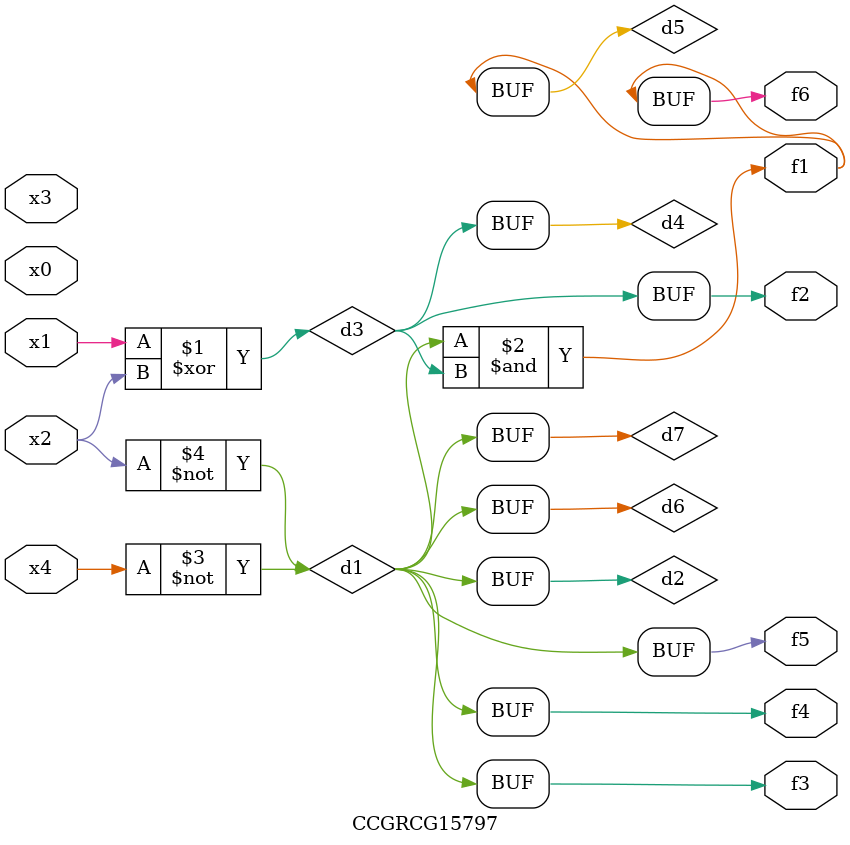
<source format=v>
module CCGRCG15797(
	input x0, x1, x2, x3, x4,
	output f1, f2, f3, f4, f5, f6
);

	wire d1, d2, d3, d4, d5, d6, d7;

	not (d1, x4);
	not (d2, x2);
	xor (d3, x1, x2);
	buf (d4, d3);
	and (d5, d1, d3);
	buf (d6, d1, d2);
	buf (d7, d2);
	assign f1 = d5;
	assign f2 = d4;
	assign f3 = d7;
	assign f4 = d7;
	assign f5 = d7;
	assign f6 = d5;
endmodule

</source>
